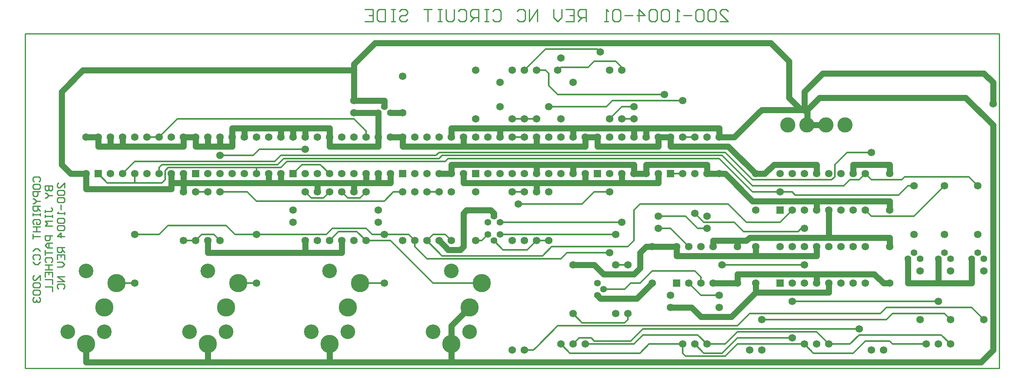
<source format=gbl>
*%FSLAX23Y23*%
*%MOIN*%
G01*
%ADD11C,0.007*%
%ADD12C,0.008*%
%ADD13C,0.010*%
%ADD14C,0.012*%
%ADD15C,0.020*%
%ADD16C,0.032*%
%ADD17C,0.036*%
%ADD18C,0.050*%
%ADD19C,0.052*%
%ADD20C,0.055*%
%ADD21C,0.056*%
%ADD22C,0.060*%
%ADD23C,0.061*%
%ADD24C,0.062*%
%ADD25C,0.066*%
%ADD26C,0.068*%
%ADD27C,0.070*%
%ADD28C,0.080*%
%ADD29C,0.090*%
%ADD30C,0.095*%
%ADD31C,0.115*%
%ADD32C,0.120*%
%ADD33C,0.125*%
%ADD34C,0.126*%
%ADD35C,0.131*%
%ADD36C,0.150*%
%ADD37C,0.156*%
%ADD38R,0.062X0.062*%
%ADD39R,0.068X0.068*%
D13*
X11909Y9314D02*
X11976D01*
X11909Y9381D01*
Y9397D01*
X11926Y9414D01*
X11959D01*
X11976Y9397D01*
X11876D02*
X11859Y9414D01*
X11826D01*
X11809Y9397D01*
Y9331D01*
X11826Y9314D01*
X11859D01*
X11876Y9331D01*
Y9397D01*
X11776D02*
X11759Y9414D01*
X11726D01*
X11709Y9397D01*
Y9331D01*
X11726Y9314D01*
X11759D01*
X11776Y9331D01*
Y9397D01*
X11676Y9364D02*
X11609D01*
X11576Y9314D02*
X11543D01*
X11559D01*
Y9414D01*
X11560D01*
X11559D02*
X11576Y9397D01*
X11493D02*
X11476Y9414D01*
X11443D01*
X11426Y9397D01*
Y9331D01*
X11443Y9314D01*
X11476D01*
X11493Y9331D01*
Y9397D01*
X11393D02*
X11376Y9414D01*
X11343D01*
X11326Y9397D01*
Y9331D01*
X11343Y9314D01*
X11376D01*
X11393Y9331D01*
Y9397D01*
X11243Y9414D02*
Y9314D01*
X11293Y9364D02*
X11243Y9414D01*
X11226Y9364D02*
X11293D01*
X11193D02*
X11126D01*
X11093Y9397D02*
X11076Y9414D01*
X11043D01*
X11026Y9397D01*
Y9331D01*
X11043Y9314D01*
X11076D01*
X11093Y9331D01*
Y9397D01*
X10993Y9314D02*
X10960D01*
X10976D01*
Y9414D01*
X10977D01*
X10976D02*
X10993Y9397D01*
X10810Y9414D02*
Y9314D01*
Y9414D02*
X10760D01*
X10743Y9397D01*
Y9364D01*
X10760Y9347D01*
X10810D01*
X10776D02*
X10743Y9314D01*
X10710Y9414D02*
X10643D01*
X10710D02*
Y9314D01*
X10643D01*
X10676Y9364D02*
X10710D01*
X10610Y9347D02*
Y9414D01*
Y9347D02*
X10576Y9314D01*
X10543Y9347D01*
Y9414D01*
X10410D02*
Y9314D01*
X10343D02*
X10410Y9414D01*
X10343D02*
Y9314D01*
X10243Y9397D02*
X10260Y9414D01*
X10293D01*
X10310Y9397D01*
Y9331D01*
X10293Y9314D01*
X10260D01*
X10243Y9331D01*
X10060Y9414D02*
X10043Y9397D01*
X10060Y9414D02*
X10093D01*
X10110Y9397D01*
Y9331D01*
X10093Y9314D01*
X10060D01*
X10043Y9331D01*
X10010Y9414D02*
X9977D01*
X9993D01*
Y9314D01*
X10010D01*
X9977D01*
X9927D02*
Y9414D01*
X9877D01*
X9860Y9397D01*
Y9364D01*
X9877Y9347D01*
X9927D01*
X9893D02*
X9860Y9314D01*
X9760Y9397D02*
X9777Y9414D01*
X9810D01*
X9827Y9397D01*
Y9331D01*
X9810Y9314D01*
X9777D01*
X9760Y9331D01*
X9727D02*
Y9414D01*
Y9331D02*
X9710Y9314D01*
X9677D01*
X9660Y9331D01*
Y9414D01*
X9627D02*
X9593D01*
X9610D01*
Y9314D01*
X9627D01*
X9593D01*
X9543Y9414D02*
X9477D01*
X9510D01*
Y9314D01*
X9294Y9414D02*
X9277Y9397D01*
X9294Y9414D02*
X9327D01*
X9344Y9397D01*
Y9381D01*
X9327Y9364D01*
X9294D01*
X9277Y9347D01*
Y9331D01*
X9294Y9314D01*
X9327D01*
X9344Y9331D01*
X9244Y9414D02*
X9210D01*
X9227D01*
Y9314D01*
X9244D01*
X9210D01*
X9160D02*
Y9414D01*
Y9314D02*
X9110D01*
X9094Y9331D01*
Y9397D01*
X9110Y9414D01*
X9160D01*
X9060D02*
X8994D01*
X9060D02*
Y9314D01*
X8994D01*
X9027Y9364D02*
X9060D01*
X6526Y7989D02*
Y7949D01*
Y7989D02*
X6486Y7949D01*
X6476D01*
X6466Y7959D01*
Y7979D01*
X6476Y7989D01*
Y7929D02*
X6466Y7919D01*
Y7899D01*
X6476Y7889D01*
X6516D01*
X6526Y7899D01*
Y7919D01*
X6516Y7929D01*
X6476D01*
Y7869D02*
X6466Y7859D01*
Y7839D01*
X6476Y7829D01*
X6516D01*
X6526Y7839D01*
Y7859D01*
X6516Y7869D01*
X6476D01*
X6496Y7809D02*
Y7769D01*
X6526Y7749D02*
Y7729D01*
Y7739D01*
X6466D01*
X6467D01*
X6466D02*
X6476Y7749D01*
Y7699D02*
X6466Y7689D01*
Y7669D01*
X6476Y7659D01*
X6516D01*
X6526Y7669D01*
Y7689D01*
X6516Y7699D01*
X6476D01*
Y7639D02*
X6466Y7629D01*
Y7609D01*
X6476Y7599D01*
X6516D01*
X6526Y7609D01*
Y7629D01*
X6516Y7639D01*
X6476D01*
X6466Y7549D02*
X6526D01*
X6496Y7579D02*
X6466Y7549D01*
X6496Y7539D02*
Y7579D01*
X6526Y7459D02*
X6466D01*
Y7429D01*
X6476Y7419D01*
X6496D01*
X6506Y7429D01*
Y7459D01*
Y7439D02*
X6526Y7419D01*
X6466Y7399D02*
Y7359D01*
Y7399D02*
X6526D01*
Y7359D01*
X6496Y7379D02*
Y7399D01*
X6506Y7339D02*
X6466D01*
X6506D02*
X6526Y7319D01*
X6506Y7299D01*
X6466D01*
Y7219D02*
X6526D01*
Y7179D02*
X6466Y7219D01*
Y7179D02*
X6526D01*
X6476Y7119D02*
X6466Y7129D01*
Y7149D01*
X6476Y7159D01*
X6516D01*
X6526Y7149D01*
Y7129D01*
X6516Y7119D01*
X6426Y7964D02*
X6366D01*
X6426D02*
Y7934D01*
X6416Y7924D01*
X6406D01*
X6396Y7934D01*
Y7964D01*
X6397D01*
X6396D02*
X6397D01*
X6396D02*
X6397D01*
X6396D02*
Y7934D01*
X6386Y7924D01*
X6376D01*
X6366Y7934D01*
Y7964D01*
Y7904D02*
X6376D01*
X6396Y7884D01*
X6376Y7864D01*
X6366D01*
X6396Y7884D02*
X6426D01*
X6366Y7764D02*
Y7744D01*
Y7754D02*
Y7764D01*
Y7754D02*
X6416D01*
X6426Y7764D01*
Y7774D01*
X6416Y7784D01*
X6366Y7724D02*
Y7704D01*
Y7714D01*
X6426D01*
Y7724D01*
Y7704D01*
Y7674D02*
X6366D01*
X6386Y7654D01*
X6366Y7634D01*
X6426D01*
Y7554D02*
X6366D01*
Y7524D01*
X6376Y7514D01*
X6396D01*
X6406Y7524D01*
Y7554D01*
X6426Y7494D02*
X6386D01*
X6366Y7474D01*
X6386Y7454D01*
X6426D01*
X6396D01*
Y7494D01*
X6366Y7434D02*
Y7394D01*
Y7414D01*
X6426D01*
X6366Y7344D02*
X6376Y7334D01*
X6366Y7344D02*
Y7364D01*
X6376Y7374D01*
X6416D01*
X6426Y7364D01*
Y7344D01*
X6416Y7334D01*
X6426Y7314D02*
X6366D01*
X6396D02*
X6426D01*
X6396D02*
Y7274D01*
X6366D01*
X6426D01*
X6366Y7254D02*
Y7214D01*
Y7254D02*
X6426D01*
Y7214D01*
X6396Y7234D02*
Y7254D01*
X6366Y7194D02*
X6426D01*
Y7154D01*
Y7134D02*
X6366D01*
X6426D02*
Y7094D01*
X6276Y7999D02*
X6266Y8009D01*
Y8029D01*
X6276Y8039D01*
X6316D01*
X6326Y8029D01*
Y8009D01*
X6316Y7999D01*
X6266Y7969D02*
Y7949D01*
Y7969D02*
X6276Y7979D01*
X6316D01*
X6326Y7969D01*
Y7949D01*
X6316Y7939D01*
X6276D01*
X6266Y7949D01*
Y7919D02*
X6326D01*
X6266D02*
Y7889D01*
X6276Y7879D01*
X6296D01*
X6306Y7889D01*
Y7919D01*
X6276Y7859D02*
X6266D01*
X6276D02*
X6296Y7839D01*
X6276Y7819D01*
X6266D01*
X6296Y7839D02*
X6326D01*
Y7799D02*
X6266D01*
Y7769D01*
X6276Y7759D01*
X6296D01*
X6306Y7769D01*
Y7799D01*
Y7779D02*
X6326Y7759D01*
X6266Y7739D02*
Y7719D01*
Y7729D01*
X6326D01*
Y7739D01*
Y7719D01*
X6266Y7659D02*
X6276Y7649D01*
X6266Y7659D02*
Y7679D01*
X6276Y7689D01*
X6316D01*
X6326Y7679D01*
Y7659D01*
X6316Y7649D01*
X6296D01*
Y7669D01*
X6266Y7629D02*
X6326D01*
X6296D01*
Y7589D01*
X6266D01*
X6326D01*
X6266Y7569D02*
Y7529D01*
Y7549D01*
X6326D01*
X6306Y7449D02*
X6326Y7429D01*
X6306Y7449D02*
X6286D01*
X6266Y7429D01*
Y7369D02*
X6276Y7359D01*
X6266Y7369D02*
Y7389D01*
X6276Y7399D01*
X6316D01*
X6326Y7389D01*
Y7369D01*
X6316Y7359D01*
X6326Y7339D02*
X6306Y7319D01*
X6286D01*
X6266Y7339D01*
X6326Y7229D02*
Y7189D01*
Y7229D02*
X6286Y7189D01*
X6276D01*
X6266Y7199D01*
Y7219D01*
X6276Y7229D01*
Y7169D02*
X6266Y7159D01*
Y7139D01*
X6276Y7129D01*
X6316D01*
X6326Y7139D01*
Y7159D01*
X6316Y7169D01*
X6276D01*
Y7109D02*
X6266Y7099D01*
Y7079D01*
X6276Y7069D01*
X6316D01*
X6326Y7079D01*
Y7099D01*
X6316Y7109D01*
X6276D01*
Y7049D02*
X6266Y7039D01*
Y7019D01*
X6276Y7009D01*
X6286D01*
X6287D01*
X6286D02*
X6287D01*
X6286D02*
X6287D01*
X6286D02*
X6296Y7019D01*
Y7029D01*
Y7019D01*
X6306Y7009D01*
X6316D01*
X6326Y7019D01*
Y7039D01*
X6316Y7049D01*
X6201Y9214D02*
X14201D01*
Y6464D02*
X6201D01*
X14201D02*
Y9214D01*
X6201D02*
Y6464D01*
D14*
X9501Y7514D02*
X9626Y7389D01*
X11976Y7814D02*
X12126Y7664D01*
X9551Y7164D02*
X9201Y7514D01*
X11951Y8239D02*
X12176Y8014D01*
Y7914D02*
X11901Y8189D01*
X11926Y8214D02*
X12176Y7964D01*
X11651Y7464D02*
X11501Y7614D01*
X12051Y6714D02*
X11926Y6589D01*
X7451Y8514D02*
X7301Y8364D01*
X10301Y8914D02*
X10476Y9089D01*
X10576Y6814D02*
X10401Y6639D01*
X13501Y7714D02*
X13751Y7964D01*
X11926Y6589D02*
X11776D01*
X10376Y6614D02*
X10301D01*
X10676Y6589D02*
X11251D01*
X12676D02*
X13001D01*
X11951Y6564D02*
X11626D01*
X12051Y6714D02*
X12501D01*
X12701Y6764D02*
X12051D01*
X12801Y6789D02*
X11276D01*
X12801D02*
X12826D01*
X10851Y6714D02*
X10751D01*
X10876Y6689D02*
X11176D01*
X12826Y6789D02*
X13051D01*
X12051Y6814D02*
X10576D01*
X11326Y6664D02*
X11601D01*
X11201D02*
X10801D01*
X11801D02*
X11951D01*
X11726Y6739D02*
X11276D01*
X12801Y6664D02*
X12976D01*
X13051Y6739D02*
X13726D01*
X12601Y6664D02*
X12051D01*
X13326D02*
X13601D01*
X13301Y6689D02*
X13101D01*
X11126Y6839D02*
X10776D01*
X12501Y7014D02*
X13701D01*
X13226Y6914D02*
X12151D01*
X13276Y6964D02*
X13976D01*
X13276Y6864D02*
X12251D01*
X13326Y6914D02*
X13751D01*
X11126Y7114D02*
X10951D01*
X11176Y7164D02*
X11251D01*
X9951D02*
X9551D01*
X11751Y7064D02*
X11901D01*
X7101Y7164D02*
X6951D01*
X8951D02*
X9151D01*
X8101D02*
X7951D01*
X9626Y7389D02*
X10451D01*
X10601Y7364D02*
X9501D01*
X11351Y7264D02*
X11701D01*
X11926Y7314D02*
X12601D01*
X11001Y7414D02*
X10651D01*
X11051Y7314D02*
X11151D01*
Y7464D02*
X10526D01*
X12576Y7614D02*
X12601D01*
X12551Y7589D02*
X12101D01*
X9201Y7514D02*
X9001D01*
X10101Y7564D02*
X11051D01*
X7751D02*
X7651D01*
X7301D02*
X7101D01*
X7926D02*
X8101D01*
X7601Y7514D02*
X7501D01*
X11401Y7614D02*
X11501D01*
X11726D02*
X11801D01*
X8676Y7564D02*
X8101D01*
X8726Y7614D02*
X9001D01*
X9051Y7564D02*
X9151D01*
X8926Y7589D02*
X8776D01*
X9151Y7564D02*
X9351D01*
X9551D02*
X9651D01*
X9901Y7514D02*
X9951D01*
X10401D02*
X10501D01*
X10326Y7439D02*
X10126D01*
X12126Y7664D02*
X12401D01*
X12026D02*
X11776D01*
X11101D02*
X10101D01*
X7851Y7639D02*
X7376D01*
X11401Y7714D02*
X11626D01*
X13151D02*
X13501D01*
X11976Y7814D02*
X11251D01*
X8651Y7864D02*
X8551D01*
X9501Y7914D02*
X9601D01*
X10876D02*
X11001D01*
X10776Y7814D02*
X10251D01*
X10201Y7914D02*
X10301D01*
X12526Y7889D02*
X13376D01*
X13451Y7964D02*
X13501D01*
X12501Y7914D02*
X12401D01*
X12176D01*
Y7964D02*
X12926D01*
X7101Y7989D02*
X6876D01*
X7101D02*
X7326D01*
X8851Y7864D02*
X8951D01*
X8026Y7914D02*
X7801D01*
X9226D02*
X9301D01*
X9151Y7839D02*
X8101D01*
X7701Y7914D02*
X7601D01*
X8476Y8139D02*
X8626D01*
X8351Y8164D02*
X9651D01*
X9601Y8189D02*
X8326D01*
X8301Y8114D02*
X8101D01*
X8276Y8139D02*
X7326D01*
X7101Y8164D02*
X8251D01*
X11501Y8064D02*
X11601D01*
X12176Y8014D02*
X12826D01*
X11901Y8189D02*
X9676D01*
X8101Y8114D02*
X7376D01*
X12976Y8014D02*
X13051D01*
X13151D02*
X13401D01*
X13426Y8039D02*
X13951D01*
X6876Y7989D02*
X6801Y8064D01*
X8301Y8214D02*
X9576D01*
X8501Y8264D02*
X8126D01*
X8076Y8214D02*
X7801D01*
X7301Y8364D02*
X7201D01*
X11601D02*
X11701D01*
X10301D02*
X10201D01*
X12951Y8239D02*
X13151D01*
X11951D02*
X9601D01*
X11826Y8214D02*
X11926D01*
X11826D02*
X9626D01*
X7101Y8064D02*
Y7989D01*
X7001Y8064D02*
X7101Y8164D01*
X7451Y8514D02*
X8901D01*
X10301D02*
X10401D01*
X10301D02*
X10201D01*
X11101D02*
X11201D01*
X7301Y8114D02*
Y8064D01*
X7351Y8014D02*
X7326Y7989D01*
X7301Y8114D02*
X7326Y8139D01*
X7376Y7639D02*
X7301Y7564D01*
X10576Y8714D02*
X11451D01*
X11601Y8664D02*
X11026D01*
X10976Y8614D02*
X10501D01*
X11101D02*
X11201D01*
X7351Y8089D02*
Y8014D01*
Y8089D02*
X7376Y8114D01*
X10401Y8914D02*
X10476D01*
X10601Y8939D02*
X10826D01*
X7651Y7564D02*
X7601Y7514D01*
X10476Y9089D02*
X10901D01*
X10876Y8989D02*
X11051D01*
X7801Y7514D02*
X7751Y7564D01*
X7851Y7639D02*
X7926Y7564D01*
X8101Y8064D02*
Y8114D01*
X8026Y7914D02*
X8101Y7839D01*
X8076Y8214D02*
X8126Y8264D01*
X8301Y8114D02*
X8351Y8164D01*
X8326Y8189D02*
X8276Y8139D01*
X8251Y8164D02*
X8301Y8214D01*
X8501Y7914D02*
X8551Y7864D01*
X8401Y8064D02*
X8476Y8139D01*
X8626D02*
X8701Y8064D01*
Y7914D02*
X8651Y7864D01*
X8726Y7614D02*
X8676Y7564D01*
X8701Y7514D02*
X8776Y7589D01*
X8851Y7864D02*
X8801Y7914D01*
X9001Y8364D02*
Y8414D01*
X8901Y8514D01*
X8926Y7589D02*
X9001Y7514D01*
X9051Y7564D02*
X9001Y7614D01*
X8951Y7864D02*
X9001Y7914D01*
X9151Y7839D02*
X9226Y7914D01*
X9401Y7514D02*
Y7464D01*
X9501Y7364D01*
X9401Y7514D02*
X9351Y7564D01*
X9651D02*
X9701Y7514D01*
X9551Y7564D02*
X9501Y7514D01*
X9651Y8164D02*
X9676Y8189D01*
X9626Y8214D02*
X9601Y8189D01*
X9576Y8214D02*
X9601Y8239D01*
X10051Y7514D02*
X10126Y7439D01*
X10001Y7564D02*
X9951Y7514D01*
X10451Y7389D02*
X10526Y7464D01*
X10401Y7514D02*
X10326Y7439D01*
X10401Y6639D02*
X10376Y6614D01*
X10501Y8839D02*
Y8889D01*
Y8839D02*
Y8789D01*
Y8889D02*
X10476Y8914D01*
X10501Y8789D02*
X10576Y8714D01*
X10601Y6664D02*
X10676Y6589D01*
X10601Y7364D02*
X10651Y7414D01*
X10576Y8914D02*
X10601Y8939D01*
X10701Y6914D02*
X10776Y6839D01*
X10851Y6714D02*
X10876Y6689D01*
X10751Y6714D02*
X10701Y6664D01*
X10776Y7814D02*
X10876Y7914D01*
X10826Y8939D02*
X10876Y8989D01*
X10926Y9064D02*
X10901Y9089D01*
X11026Y8664D02*
X10976Y8614D01*
X11001Y8514D02*
X11101Y8614D01*
X11151Y6914D02*
Y6864D01*
X11201Y7714D02*
Y7764D01*
Y7714D02*
Y7514D01*
X11101Y8914D02*
Y8939D01*
X11051Y8989D01*
X11176Y7164D02*
X11126Y7114D01*
X11151Y6864D02*
X11126Y6839D01*
X11201Y7764D02*
X11251Y7814D01*
X11201Y7514D02*
X11151Y7464D01*
X11276Y6789D02*
X11176Y6689D01*
X11201Y6664D02*
X11276Y6739D01*
X11251Y7164D02*
X11351Y7264D01*
X11326Y6664D02*
X11251Y6589D01*
X11601D02*
Y6664D01*
X11726Y7614D02*
X11626Y7714D01*
X11601Y6589D02*
X11626Y6564D01*
X11751Y7164D02*
Y7214D01*
X11701Y7264D01*
X11776Y7664D02*
X11701Y7739D01*
Y6664D02*
X11776Y6589D01*
X11751Y7064D02*
X11651Y7164D01*
X11726Y6739D02*
X11801Y6664D01*
X12101Y7589D02*
X12026Y7664D01*
X12051Y6764D02*
X11951Y6664D01*
Y6564D02*
X12051Y6664D01*
Y6814D02*
X12151Y6914D01*
X12401Y7664D02*
X12501Y7764D01*
X12526Y7889D02*
X12501Y7914D01*
X12601Y6664D02*
X12676Y6589D01*
X12551Y7589D02*
X12576Y7614D01*
X12701Y6764D02*
X12801Y6664D01*
X12851Y8039D02*
Y8139D01*
X12951Y8239D01*
X12851Y8039D02*
X12826Y8014D01*
X12926Y7964D02*
X12976Y8014D01*
X13051Y6739D02*
X12976Y6664D01*
X13001Y6589D02*
X13101Y6689D01*
X13151Y8014D02*
X13101Y8064D01*
Y7764D02*
X13151Y7714D01*
X13051Y8014D02*
X13101Y8064D01*
X13301Y6689D02*
X13326Y6664D01*
X13376Y7889D02*
X13451Y7964D01*
X13276Y6964D02*
X13226Y6914D01*
X13276Y6864D02*
X13326Y6914D01*
X13401Y8014D02*
X13426Y8039D01*
X13751Y6914D02*
X13801Y6864D01*
X13726Y6739D02*
X13801Y6664D01*
X14076Y6864D02*
X13976Y6964D01*
X14026Y7964D02*
X13951Y8039D01*
D18*
X11751Y6889D02*
X11676Y6964D01*
X9651Y7464D02*
X9601Y7514D01*
X10026Y7764D02*
X10051Y7739D01*
X9676Y7439D02*
X9651Y7464D01*
X10876Y7314D02*
X10951Y7239D01*
X12601Y8589D02*
X12626Y8564D01*
X12576Y8589D02*
X12476Y8689D01*
Y8989D02*
X12326Y9139D01*
X11951Y8064D02*
X12176Y7839D01*
X10926Y7039D02*
X10901Y7064D01*
X14076Y8889D02*
X14151Y8814D01*
X13926Y8689D02*
X14151Y8464D01*
X12201Y8064D02*
X11976Y8289D01*
X13176Y7239D02*
X13251Y7164D01*
X6576Y8064D02*
X6501Y8139D01*
X12001Y6889D02*
X12201Y7089D01*
X11351Y7164D02*
X11226Y7039D01*
X9826Y7764D02*
X9801Y7739D01*
Y7464D02*
X9776Y7439D01*
X11201Y7239D02*
X11251Y7289D01*
Y7414D02*
X11301Y7464D01*
X9076Y9139D02*
X8901Y8964D01*
X12276Y8064D02*
X12351Y8139D01*
X12626Y8589D02*
X12726Y8689D01*
X12601Y8739D02*
X12751Y8889D01*
X14151Y6614D02*
X14051Y6514D01*
X9851Y6964D02*
X9701Y6814D01*
X12226Y8564D02*
X12251Y8589D01*
X12226Y8564D02*
X12026Y8364D01*
X12151Y7539D02*
X12126Y7514D01*
X6676Y8914D02*
X6501Y8739D01*
X9701Y6514D02*
X14051D01*
X9701D02*
X8701D01*
X7701D01*
X6701D01*
X11751Y6889D02*
X12001D01*
X11676Y6964D02*
X11501D01*
X11226Y7039D02*
X10926D01*
X12201Y7089D02*
X12801D01*
X13701Y7164D02*
X13976D01*
X13701D02*
X13451D01*
X13301D02*
X13251D01*
X12051D02*
X11851D01*
X10876Y7314D02*
X10701D01*
X10951Y7239D02*
X11201D01*
X8501Y7414D02*
X7701D01*
X8501D02*
X8801D01*
X12201Y7389D02*
X12701D01*
X12201D02*
X11551D01*
X12701Y7239D02*
X13176D01*
X12701D02*
X12051D01*
X9776Y7439D02*
X9676D01*
X11301Y7464D02*
X11351D01*
X11551D01*
X12151Y7539D02*
X13301D01*
X12126Y7514D02*
X12051D01*
X11851D01*
X10026Y7764D02*
X9826D01*
X6501Y8139D02*
Y8739D01*
X12176Y7839D02*
X12701D01*
X7501Y7989D02*
X7401D01*
Y7939D02*
X6701D01*
X12701Y7839D02*
X13301D01*
X11401Y7989D02*
X11101D01*
X10801D01*
X10401D01*
X9801D01*
X9101D02*
X9001D01*
X8901D01*
X8601D01*
X8301D01*
X8201D01*
X7501D01*
X9101D02*
X9201D01*
X6701Y6664D02*
Y6514D01*
Y7939D02*
Y8064D01*
X11901D02*
X11951D01*
X12351Y8139D02*
X12701D01*
X12276Y8064D02*
X12201D01*
X13001Y8139D02*
X13301D01*
X11901Y8064D02*
X11801D01*
X11301D02*
X11201D01*
X11301Y8139D02*
X11801D01*
X11201D02*
X10701D01*
X10401D01*
X9701Y8064D02*
X9601D01*
X9701Y8139D02*
X10401D01*
X6701Y8064D02*
X6576D01*
X6901Y8289D02*
Y8364D01*
X6801D02*
Y8289D01*
X11901Y8364D02*
X12026D01*
X11501D02*
X11401D01*
X11501Y8289D02*
X11976D01*
X10901Y8364D02*
X10801D01*
X10901Y8289D02*
X11401D01*
X10801D02*
X10401D01*
X9801D01*
X9301Y8364D02*
X9201D01*
X9301Y8289D02*
X9801D01*
X9101D02*
X8701D01*
X7901D02*
X7801D01*
X7701D01*
X7601Y8364D02*
X7501D01*
X7601Y8289D02*
X7701D01*
X7501D02*
X7001D01*
X6901D01*
X6801Y8364D02*
X6701D01*
X6801Y8289D02*
X6901D01*
X7001D02*
Y8364D01*
X8501Y8439D02*
X8701D01*
X8501D02*
X8401D01*
X8001D02*
X7901D01*
X8001D02*
X8301D01*
X8401D01*
X12623Y8464D02*
X12626D01*
X12779D01*
X12601Y8589D02*
X12576D01*
X12601D02*
X12251D01*
X11901Y8439D02*
X11301D01*
X11201D01*
X10701D01*
X10101D01*
X9701D01*
X9301Y8564D02*
X9201D01*
X9101D02*
X8901D01*
X12726Y8689D02*
X13926D01*
X9151Y8664D02*
X8901D01*
X7401Y7989D02*
Y7939D01*
Y8064D01*
X7501D02*
Y7989D01*
Y7914D02*
Y8064D01*
Y8289D02*
Y8364D01*
X12751Y8889D02*
X14076D01*
X8901Y8914D02*
X6676D01*
X7701Y7514D02*
Y7414D01*
Y6664D02*
Y6514D01*
Y6639D02*
Y6664D01*
Y6639D02*
Y6514D01*
Y8289D02*
Y8364D01*
X7601D02*
Y8289D01*
X9076Y9139D02*
X12326D01*
X7901Y8439D02*
Y8364D01*
Y8289D01*
X7801D02*
Y8364D01*
X8001D02*
Y8439D01*
X8301D02*
Y8364D01*
Y8064D02*
Y7989D01*
X8201D02*
Y8064D01*
X8501Y8364D02*
Y8439D01*
X8401D02*
Y8364D01*
X8501Y7514D02*
Y7414D01*
X8701Y8364D02*
Y8439D01*
Y6664D02*
Y6514D01*
X8601Y7914D02*
Y7989D01*
X8701Y8289D02*
Y8364D01*
X8801Y7514D02*
Y7414D01*
X9001Y7989D02*
Y8064D01*
X8901Y7989D02*
Y7914D01*
Y8664D02*
Y8964D01*
Y8914D02*
Y8664D01*
X9151D02*
Y8614D01*
X9201Y8064D02*
Y7989D01*
X9101D02*
Y8064D01*
Y8289D02*
Y8364D01*
Y8564D01*
X9301Y8364D02*
Y8289D01*
X9801Y7739D02*
Y7464D01*
X9701Y6664D02*
Y6514D01*
Y6664D02*
Y6814D01*
Y8364D02*
Y8439D01*
X9801Y8364D02*
Y8289D01*
X9701Y8139D02*
Y8064D01*
X9801D02*
Y7989D01*
X10051Y7739D02*
Y7714D01*
X10101Y8364D02*
Y8439D01*
X10401Y8364D02*
Y8289D01*
Y8139D02*
Y8064D01*
Y7989D02*
Y7914D01*
X10701Y8364D02*
Y8439D01*
X10801Y8364D02*
Y8289D01*
X10701Y8139D02*
Y8064D01*
X10801D02*
Y7989D01*
X10901Y8289D02*
Y8364D01*
X11201D02*
Y8439D01*
Y8139D02*
Y8064D01*
X11101D02*
Y7989D01*
X11251Y7414D02*
Y7289D01*
X11301Y8364D02*
Y8439D01*
X11401Y8364D02*
Y8289D01*
X11301Y8139D02*
Y8064D01*
X11401D02*
Y7989D01*
X11501Y8289D02*
Y8364D01*
X11551Y7464D02*
Y7389D01*
X11801Y8064D02*
Y8139D01*
X11901Y8364D02*
Y8439D01*
X11851Y7514D02*
Y7464D01*
X12051D02*
Y7514D01*
X12201Y7164D02*
Y7089D01*
Y7389D02*
Y7464D01*
X12051Y7239D02*
Y7164D01*
X12476Y8689D02*
Y8989D01*
X12601Y8739D02*
Y8589D01*
X12801Y7764D02*
Y7539D01*
Y7164D02*
Y7089D01*
X12626Y8464D02*
Y8564D01*
Y8589D02*
Y8464D01*
X12701Y8139D02*
Y8064D01*
Y7464D02*
Y7389D01*
Y7239D02*
Y7164D01*
Y7764D02*
Y7839D01*
X13001Y8064D02*
Y8139D01*
X13301D02*
Y8064D01*
Y7539D02*
Y7464D01*
Y7764D02*
Y7839D01*
X13451Y7364D02*
Y7164D01*
X13701D02*
Y7364D01*
X13976D02*
Y7164D01*
X14151Y8639D02*
Y8814D01*
Y8464D02*
Y6614D01*
D20*
X13801Y7364D02*
D03*
X13701D02*
D03*
X13751Y7414D02*
D03*
X14076Y7364D02*
D03*
X13976D02*
D03*
X14026Y7414D02*
D03*
X13551Y7364D02*
D03*
X13451D02*
D03*
X13501Y7414D02*
D03*
X10901Y7164D02*
D03*
X10951Y7114D02*
D03*
X10901Y7064D02*
D03*
X10001Y7564D02*
D03*
X10101D02*
D03*
X10051Y7514D02*
D03*
X10101Y7664D02*
D03*
X10001D02*
D03*
X10051Y7714D02*
D03*
X9101Y8564D02*
D03*
X9151Y8614D02*
D03*
X9201Y8564D02*
D03*
D24*
X14151Y8639D02*
D03*
X13701Y7014D02*
D03*
X13151Y8239D02*
D03*
X13051Y6789D02*
D03*
X12601Y7614D02*
D03*
Y7314D02*
D03*
X12501Y6714D02*
D03*
Y7014D02*
D03*
X12401Y7914D02*
D03*
X12251Y6864D02*
D03*
X11926Y7314D02*
D03*
X11701Y7739D02*
D03*
X11451Y8714D02*
D03*
X11601Y8664D02*
D03*
X11051Y7564D02*
D03*
X11101Y7664D02*
D03*
X10926Y9064D02*
D03*
X10501Y8614D02*
D03*
X10576Y8914D02*
D03*
X10251Y7814D02*
D03*
X8501Y8264D02*
D03*
X7801Y8214D02*
D03*
X13751Y7564D02*
D03*
Y7964D02*
D03*
X14026Y7564D02*
D03*
Y7964D02*
D03*
X13801Y6664D02*
D03*
X13601D02*
D03*
X13701D02*
D03*
X13801Y7264D02*
D03*
Y6864D02*
D03*
X14076Y7264D02*
D03*
Y6864D02*
D03*
X12201Y8064D02*
D03*
Y7764D02*
D03*
X12501D02*
D03*
X12801D02*
D03*
X12901D02*
D03*
X13001D02*
D03*
X13101D02*
D03*
Y8064D02*
D03*
X13001D02*
D03*
X12901D02*
D03*
X12801D02*
D03*
X12701D02*
D03*
X12601D02*
D03*
X12501D02*
D03*
X12401D02*
D03*
X12601Y7764D02*
D03*
X12701D02*
D03*
X13301D02*
D03*
Y8064D02*
D03*
X12201Y7464D02*
D03*
Y7164D02*
D03*
X12501D02*
D03*
X12801D02*
D03*
X12901D02*
D03*
X13001D02*
D03*
X13101D02*
D03*
Y7464D02*
D03*
X13001D02*
D03*
X12901D02*
D03*
X12801D02*
D03*
X12701D02*
D03*
X12601D02*
D03*
X12501D02*
D03*
X12401D02*
D03*
X12601Y7164D02*
D03*
X12701D02*
D03*
X13301D02*
D03*
Y7464D02*
D03*
X13501Y7564D02*
D03*
Y7964D02*
D03*
X12051Y7164D02*
D03*
Y7464D02*
D03*
X12151Y6614D02*
D03*
X12251D02*
D03*
X13151D02*
D03*
X13251D02*
D03*
X12801Y6664D02*
D03*
X12601D02*
D03*
X12701D02*
D03*
X13551Y7264D02*
D03*
Y6864D02*
D03*
X11001Y8514D02*
D03*
Y8914D02*
D03*
X11101Y8514D02*
D03*
Y8914D02*
D03*
X10701Y8814D02*
D03*
X10601Y8514D02*
D03*
Y9014D02*
D03*
X10701Y8064D02*
D03*
Y8364D02*
D03*
X10801D02*
D03*
Y8064D02*
D03*
X11101D02*
D03*
X11201D02*
D03*
Y8364D02*
D03*
X11101D02*
D03*
X11001D02*
D03*
X10901D02*
D03*
X11001Y8064D02*
D03*
X11301D02*
D03*
Y8364D02*
D03*
X11401D02*
D03*
Y8064D02*
D03*
X11701D02*
D03*
X11801D02*
D03*
Y8364D02*
D03*
X11701D02*
D03*
X11601D02*
D03*
X11501D02*
D03*
X11601Y8064D02*
D03*
X11901D02*
D03*
Y8364D02*
D03*
X11751Y7164D02*
D03*
X11851D02*
D03*
Y7464D02*
D03*
X11751D02*
D03*
X11651D02*
D03*
X11551D02*
D03*
X11651Y7164D02*
D03*
X11351Y7464D02*
D03*
Y7164D02*
D03*
X11501Y7064D02*
D03*
X11901D02*
D03*
X11401Y7614D02*
D03*
X11801D02*
D03*
X11401Y7714D02*
D03*
X11801D02*
D03*
X11001Y7914D02*
D03*
Y7414D02*
D03*
X11051Y6914D02*
D03*
Y7314D02*
D03*
X10701Y6914D02*
D03*
Y7314D02*
D03*
X10501Y7514D02*
D03*
Y7914D02*
D03*
X11201Y8614D02*
D03*
Y8514D02*
D03*
X10801Y6664D02*
D03*
X10601D02*
D03*
X10701D02*
D03*
X11801D02*
D03*
X11601D02*
D03*
X11701D02*
D03*
X11901Y6964D02*
D03*
X11501D02*
D03*
X11151Y7314D02*
D03*
Y6914D02*
D03*
X10401Y8514D02*
D03*
Y8914D02*
D03*
X10101Y8814D02*
D03*
Y8614D02*
D03*
X9101Y7764D02*
D03*
Y7664D02*
D03*
X10201Y8064D02*
D03*
X10101D02*
D03*
X9901Y8364D02*
D03*
X10001D02*
D03*
X10101D02*
D03*
X10201D02*
D03*
X10301D02*
D03*
X10401D02*
D03*
X10501D02*
D03*
X10601D02*
D03*
Y8064D02*
D03*
X10501D02*
D03*
X10401D02*
D03*
X10301D02*
D03*
X10001D02*
D03*
X9801Y8364D02*
D03*
Y8064D02*
D03*
X9501D02*
D03*
X9601D02*
D03*
Y8364D02*
D03*
X9501D02*
D03*
X9401D02*
D03*
X9301D02*
D03*
X9401Y8064D02*
D03*
X8901Y8564D02*
D03*
Y8664D02*
D03*
Y7914D02*
D03*
Y7514D02*
D03*
X9001Y7914D02*
D03*
Y7514D02*
D03*
X10301Y8914D02*
D03*
Y8514D02*
D03*
X10201D02*
D03*
Y8914D02*
D03*
Y7914D02*
D03*
Y7514D02*
D03*
X10301Y7914D02*
D03*
Y7514D02*
D03*
X9901Y8514D02*
D03*
Y8914D02*
D03*
Y7514D02*
D03*
Y7914D02*
D03*
X9501D02*
D03*
Y7514D02*
D03*
X9401Y7914D02*
D03*
Y7514D02*
D03*
X9601D02*
D03*
Y7914D02*
D03*
X9151Y7564D02*
D03*
Y7164D02*
D03*
X9701Y7914D02*
D03*
Y7514D02*
D03*
X10401Y7914D02*
D03*
Y7514D02*
D03*
X9101Y8364D02*
D03*
Y8064D02*
D03*
X9301Y8564D02*
D03*
Y8864D02*
D03*
X9201Y8364D02*
D03*
Y8064D02*
D03*
X9701D02*
D03*
Y8364D02*
D03*
X9301Y7914D02*
D03*
Y7514D02*
D03*
X10201Y6614D02*
D03*
X10301D02*
D03*
X7501Y8364D02*
D03*
Y8064D02*
D03*
X7801D02*
D03*
X7901D02*
D03*
X8001D02*
D03*
X8101D02*
D03*
X8201D02*
D03*
Y8364D02*
D03*
X8101D02*
D03*
X8001D02*
D03*
X7901D02*
D03*
X7801D02*
D03*
X7701D02*
D03*
X7601D02*
D03*
X7701Y8064D02*
D03*
X8301Y8364D02*
D03*
Y8064D02*
D03*
X8501D02*
D03*
X8401Y8364D02*
D03*
X8501D02*
D03*
X8601D02*
D03*
X8701D02*
D03*
X8801D02*
D03*
X8901D02*
D03*
X9001D02*
D03*
Y8064D02*
D03*
X8901D02*
D03*
X8801D02*
D03*
X8701D02*
D03*
X8601D02*
D03*
X8501Y7914D02*
D03*
Y7514D02*
D03*
X8801Y7914D02*
D03*
Y7514D02*
D03*
X8601Y7914D02*
D03*
Y7514D02*
D03*
X8701Y7914D02*
D03*
Y7514D02*
D03*
X8401Y7764D02*
D03*
Y7664D02*
D03*
X7601Y7914D02*
D03*
Y7514D02*
D03*
X7501Y7914D02*
D03*
Y7514D02*
D03*
X8101Y7164D02*
D03*
Y7564D02*
D03*
X7701Y7914D02*
D03*
Y7514D02*
D03*
X7801D02*
D03*
Y7914D02*
D03*
X6901Y8064D02*
D03*
X6801Y8364D02*
D03*
X6901D02*
D03*
X7001D02*
D03*
X7101D02*
D03*
X7201D02*
D03*
X7301D02*
D03*
X7401D02*
D03*
Y8064D02*
D03*
X7301D02*
D03*
X7201D02*
D03*
X7101D02*
D03*
X7001D02*
D03*
X6701Y8364D02*
D03*
Y8064D02*
D03*
X7101Y7564D02*
D03*
Y7164D02*
D03*
D32*
X9551Y6764D02*
D03*
X9851D02*
D03*
X9701Y7264D02*
D03*
X7551Y6764D02*
D03*
X7851D02*
D03*
X7701Y7264D02*
D03*
X8701D02*
D03*
X8851Y6764D02*
D03*
X8551D02*
D03*
X6701Y7264D02*
D03*
X6851Y6764D02*
D03*
X6551D02*
D03*
D33*
X12779Y8464D02*
D03*
X12467D02*
D03*
X12935D02*
D03*
X12623D02*
D03*
D36*
X9951Y7164D02*
D03*
X9851Y6964D02*
D03*
X9701Y6664D02*
D03*
X7951Y7164D02*
D03*
X7851Y6964D02*
D03*
X7701Y6664D02*
D03*
X8701D02*
D03*
X8851Y6964D02*
D03*
X8951Y7164D02*
D03*
X6701Y6664D02*
D03*
X6851Y6964D02*
D03*
X6951Y7164D02*
D03*
D38*
X12401Y7764D02*
D03*
Y7164D02*
D03*
X10901Y8064D02*
D03*
X11501D02*
D03*
X11551Y7164D02*
D03*
X9901Y8064D02*
D03*
X9301D02*
D03*
X7601D02*
D03*
X8401D02*
D03*
X6801D02*
D03*
M02*

</source>
